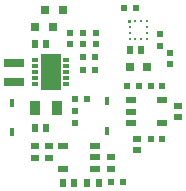
<source format=gbp>
G04*
G04 #@! TF.GenerationSoftware,Altium Limited,Altium Designer,19.1.5 (86)*
G04*
G04 Layer_Color=128*
%FSAX25Y25*%
%MOIN*%
G70*
G01*
G75*
%ADD20R,0.01772X0.02756*%
%ADD21R,0.01968X0.02362*%
%ADD22R,0.02362X0.01968*%
%ADD23R,0.02520X0.02362*%
%ADD24R,0.02362X0.02520*%
%ADD25R,0.03150X0.03150*%
%ADD26R,0.01083X0.00984*%
%ADD27R,0.00984X0.01083*%
%ADD28R,0.00394X0.00394*%
%ADD29R,0.03740X0.01890*%
%ADD30R,0.01968X0.01181*%
%ADD31R,0.06890X0.12205*%
%ADD32R,0.06693X0.02756*%
%ADD33R,0.03543X0.05118*%
G36*
X0166681Y0183908D02*
X0166337Y0183563D01*
X0165697Y0183563D01*
Y0184646D01*
X0166681D01*
X0166681Y0183908D01*
D02*
G37*
D20*
X0127134Y0147110D02*
D03*
Y0156953D02*
D03*
X0158709Y0157402D02*
D03*
Y0147559D02*
D03*
D21*
X0160126Y0130354D02*
D03*
X0164063D02*
D03*
X0150638Y0167835D02*
D03*
X0154575D02*
D03*
X0150638Y0172165D02*
D03*
X0154575D02*
D03*
X0164315Y0188504D02*
D03*
X0168252D02*
D03*
X0148126Y0158264D02*
D03*
X0152063D02*
D03*
X0173236Y0144882D02*
D03*
X0177173D02*
D03*
X0177173Y0162559D02*
D03*
X0173236D02*
D03*
X0165323D02*
D03*
X0169260D02*
D03*
D22*
X0154969Y0180315D02*
D03*
Y0176378D02*
D03*
X0150638Y0180276D02*
D03*
Y0176339D02*
D03*
X0146307Y0180276D02*
D03*
Y0176339D02*
D03*
X0179535Y0169685D02*
D03*
Y0173622D02*
D03*
X0176347Y0179842D02*
D03*
Y0175906D02*
D03*
X0148142Y0150169D02*
D03*
Y0154106D02*
D03*
D23*
X0139220Y0142441D02*
D03*
Y0138661D02*
D03*
X0134614Y0142402D02*
D03*
Y0138622D02*
D03*
X0160165Y0134961D02*
D03*
Y0138740D02*
D03*
X0168827Y0144882D02*
D03*
Y0141102D02*
D03*
X0182252Y0152087D02*
D03*
Y0155866D02*
D03*
D24*
X0155953Y0130276D02*
D03*
X0152173D02*
D03*
X0144024D02*
D03*
X0147803D02*
D03*
X0166189Y0174331D02*
D03*
X0169968D02*
D03*
X0134653Y0148622D02*
D03*
X0138433D02*
D03*
X0134693Y0176575D02*
D03*
X0138472D02*
D03*
D25*
X0166228Y0168858D02*
D03*
X0172134D02*
D03*
X0138146Y0187846D02*
D03*
X0144051D02*
D03*
X0134693Y0182008D02*
D03*
X0140598D02*
D03*
D26*
X0166189Y0182126D02*
D03*
Y0180157D02*
D03*
X0172095D02*
D03*
X0172095Y0182126D02*
D03*
D27*
X0166189Y0178189D02*
D03*
X0168157D02*
D03*
X0170126D02*
D03*
X0172095D02*
D03*
Y0184095D02*
D03*
X0170126D02*
D03*
X0168157D02*
D03*
D28*
X0166189D02*
D03*
D29*
X0154654Y0142441D02*
D03*
Y0134961D02*
D03*
X0144024D02*
D03*
Y0142441D02*
D03*
X0154654Y0138701D02*
D03*
X0166543Y0150236D02*
D03*
Y0157717D02*
D03*
X0177173D02*
D03*
Y0150236D02*
D03*
X0166543Y0153976D02*
D03*
D30*
X0134673Y0163181D02*
D03*
Y0165150D02*
D03*
Y0167118D02*
D03*
Y0169087D02*
D03*
Y0171055D02*
D03*
X0145106D02*
D03*
Y0169087D02*
D03*
Y0167118D02*
D03*
Y0165150D02*
D03*
Y0163181D02*
D03*
D31*
X0139890Y0167118D02*
D03*
D32*
X0127842Y0170276D02*
D03*
Y0163976D02*
D03*
D33*
X0142095Y0155315D02*
D03*
X0134614D02*
D03*
M02*

</source>
